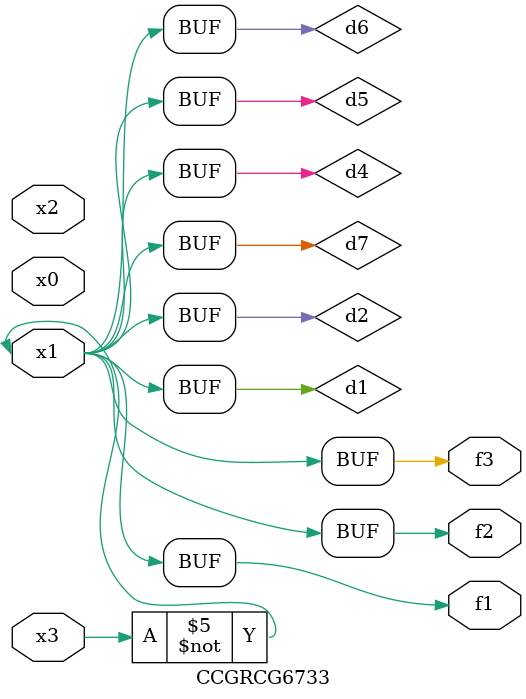
<source format=v>
module CCGRCG6733(
	input x0, x1, x2, x3,
	output f1, f2, f3
);

	wire d1, d2, d3, d4, d5, d6, d7;

	not (d1, x3);
	buf (d2, x1);
	xnor (d3, d1, d2);
	nor (d4, d1);
	buf (d5, d1, d2);
	buf (d6, d4, d5);
	nand (d7, d4);
	assign f1 = d6;
	assign f2 = d7;
	assign f3 = d6;
endmodule

</source>
